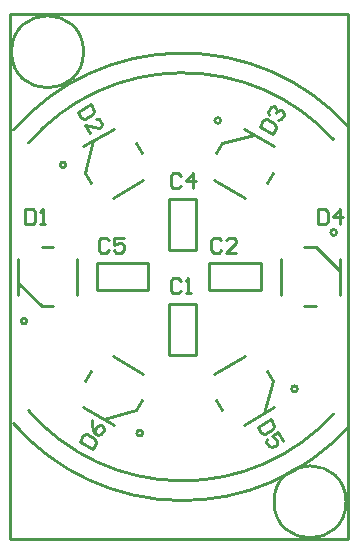
<source format=gto>
%FSLAX25Y25*%
%MOIN*%
G70*
G01*
G75*
G04 Layer_Color=65535*
%ADD10R,0.05000X0.08000*%
%ADD11R,0.08000X0.05000*%
%ADD12R,0.05906X0.05906*%
%ADD13P,0.08352X4X255.0*%
%ADD14P,0.08352X4X195.0*%
%ADD15C,0.02500*%
%ADD16C,0.16500*%
%ADD17C,0.04000*%
%ADD18R,0.17716X0.12205*%
%ADD19C,0.01000*%
D19*
X507816Y533242D02*
G03*
X406187Y532120I-50316J-45742D01*
G01*
Y442880D02*
G03*
X507816Y441758I51313J44620D01*
G01*
X512686Y537669D02*
G03*
X401220Y536439I-55186J-50169D01*
G01*
Y438561D02*
G03*
X512686Y437331I56280J48939D01*
G01*
X405610Y472736D02*
G03*
X405610Y472736I-984J0D01*
G01*
X418661Y524837D02*
G03*
X418661Y524837I-984J0D01*
G01*
X470235Y539601D02*
G03*
X470235Y539601I-984J0D01*
G01*
X508858Y502264D02*
G03*
X508858Y502264I-984J0D01*
G01*
X495807Y450163D02*
G03*
X495807Y450163I-984J0D01*
G01*
X444233Y435399D02*
G03*
X444233Y435399I-984J0D01*
G01*
X424500Y562500D02*
G03*
X424500Y562500I-12000J0D01*
G01*
X512000Y412500D02*
G03*
X512000Y412500I-12000J0D01*
G01*
X400000Y400000D02*
X512500D01*
Y575000D01*
X400000D02*
X512500D01*
X400000Y400000D02*
Y575000D01*
X452984Y461484D02*
Y478516D01*
Y461484D02*
X462016D01*
Y478516D01*
X452984D02*
X462016D01*
X466484Y482984D02*
X483516D01*
Y492016D01*
X466484D02*
X483516D01*
X466484Y482984D02*
Y492016D01*
X462016Y496484D02*
Y513516D01*
X452984D02*
X462016D01*
X452984Y496484D02*
Y513516D01*
Y496484D02*
X462016D01*
X428984Y492016D02*
X446016D01*
X428984Y482984D02*
Y492016D01*
Y482984D02*
X446016D01*
Y492016D01*
X410532Y477658D02*
X414468D01*
X410532Y497342D02*
X414468D01*
X402658Y481595D02*
Y493405D01*
X422342Y481595D02*
Y493405D01*
X402658Y485532D02*
X410532Y477658D01*
X424892Y522184D02*
X426860Y518774D01*
X441940Y532026D02*
X443908Y528617D01*
X424364Y530971D02*
X434593Y536877D01*
X434207Y513923D02*
X444436Y519829D01*
X424892Y522184D02*
X427774Y532940D01*
X468592Y528617D02*
X470560Y532026D01*
X485640Y518774D02*
X487608Y522184D01*
X477907Y536877D02*
X488136Y530971D01*
X468064Y519829D02*
X478293Y513923D01*
X470560Y532026D02*
X481317Y534908D01*
X498032Y497342D02*
X501968D01*
X498032Y477658D02*
X501968D01*
X509842Y481595D02*
Y493405D01*
X490158Y481595D02*
Y493405D01*
X501968Y497342D02*
X509842Y489468D01*
X485640Y456226D02*
X487608Y452816D01*
X468592Y446383D02*
X470560Y442974D01*
X477907Y438123D02*
X488136Y444029D01*
X468064Y455171D02*
X478293Y461077D01*
X484726Y442060D02*
X487608Y452816D01*
X441940Y442974D02*
X443908Y446383D01*
X424892Y452816D02*
X426860Y456226D01*
X424364Y444029D02*
X434593Y438123D01*
X434207Y461077D02*
X444436Y455171D01*
X431183Y440092D02*
X441940Y442974D01*
X456832Y486165D02*
X455999Y486998D01*
X454333D01*
X453500Y486165D01*
Y482833D01*
X454333Y482000D01*
X455999D01*
X456832Y482833D01*
X458498Y482000D02*
X460164D01*
X459331D01*
Y486998D01*
X458498Y486165D01*
X470332Y499665D02*
X469499Y500498D01*
X467833D01*
X467000Y499665D01*
Y496333D01*
X467833Y495500D01*
X469499D01*
X470332Y496333D01*
X475331Y495500D02*
X471998D01*
X475331Y498832D01*
Y499665D01*
X474498Y500498D01*
X472831D01*
X471998Y499665D01*
X456832Y521165D02*
X455999Y521998D01*
X454333D01*
X453500Y521165D01*
Y517833D01*
X454333Y517000D01*
X455999D01*
X456832Y517833D01*
X460998Y517000D02*
Y521998D01*
X458498Y519499D01*
X461831D01*
X432832Y499665D02*
X431999Y500498D01*
X430333D01*
X429500Y499665D01*
Y496333D01*
X430333Y495500D01*
X431999D01*
X432832Y496333D01*
X437831Y500498D02*
X434498D01*
Y497999D01*
X436165Y498832D01*
X436998D01*
X437831Y497999D01*
Y496333D01*
X436998Y495500D01*
X435331D01*
X434498Y496333D01*
X405000Y509998D02*
Y505000D01*
X407499D01*
X408332Y505833D01*
Y509165D01*
X407499Y509998D01*
X405000D01*
X409998Y505000D02*
X411664D01*
X410831D01*
Y509998D01*
X409998Y509165D01*
X426829Y544999D02*
X422500Y542500D01*
X423750Y540336D01*
X424888Y540031D01*
X427773Y541697D01*
X428078Y542835D01*
X426829Y544999D01*
X426665Y535286D02*
X424999Y538171D01*
X429551Y536952D01*
X430273Y537368D01*
X430578Y538506D01*
X429744Y539949D01*
X428607Y540254D01*
X483171Y537499D02*
X487500Y535000D01*
X488750Y537164D01*
X488445Y538302D01*
X485559Y539968D01*
X484421Y539664D01*
X483171Y537499D01*
X486392Y541411D02*
X486087Y542549D01*
X486920Y543992D01*
X488058Y544297D01*
X488779Y543881D01*
X489084Y542743D01*
X488668Y542021D01*
X489084Y542743D01*
X490222Y543048D01*
X490944Y542631D01*
X491249Y541493D01*
X490416Y540050D01*
X489278Y539745D01*
X502500Y509998D02*
Y505000D01*
X504999D01*
X505832Y505833D01*
Y509165D01*
X504999Y509998D01*
X502500D01*
X509998Y505000D02*
Y509998D01*
X507498Y507499D01*
X510831D01*
X486829Y439999D02*
X482500Y437500D01*
X483750Y435336D01*
X484888Y435031D01*
X487773Y436697D01*
X488078Y437835D01*
X486829Y439999D01*
X490994Y432785D02*
X489328Y435671D01*
X487164Y434421D01*
X488718Y433394D01*
X489135Y432673D01*
X488830Y431535D01*
X487387Y430702D01*
X486249Y431007D01*
X485416Y432450D01*
X485721Y433588D01*
X423171Y432499D02*
X427500Y430000D01*
X428750Y432164D01*
X428445Y433302D01*
X425559Y434969D01*
X424421Y434664D01*
X423171Y432499D01*
X427337Y439714D02*
X427225Y437854D01*
X427835Y435578D01*
X429278Y434745D01*
X430416Y435050D01*
X431249Y436493D01*
X430944Y437631D01*
X430222Y438048D01*
X429084Y437743D01*
X427835Y435578D01*
M02*

</source>
